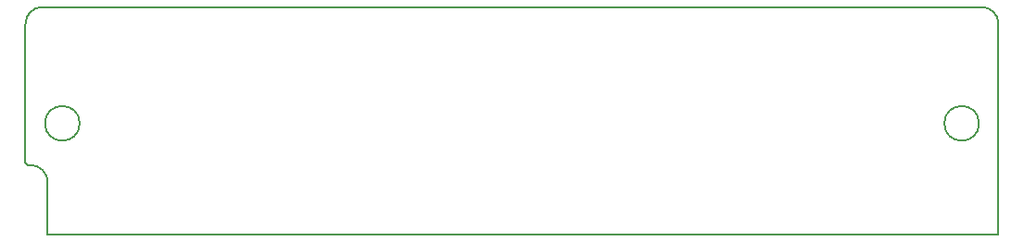
<source format=gm1>
G04 #@! TF.GenerationSoftware,KiCad,Pcbnew,(5.1.10-1-10_14)*
G04 #@! TF.CreationDate,2021-07-02T01:33:12-04:00*
G04 #@! TF.ProjectId,GW4192-SOJ,47573431-3932-42d5-934f-4a2e6b696361,1.0-SOJ*
G04 #@! TF.SameCoordinates,Original*
G04 #@! TF.FileFunction,Profile,NP*
%FSLAX46Y46*%
G04 Gerber Fmt 4.6, Leading zero omitted, Abs format (unit mm)*
G04 Created by KiCad (PCBNEW (5.1.10-1-10_14)) date 2021-07-02 01:33:12*
%MOMM*%
%LPD*%
G01*
G04 APERTURE LIST*
G04 #@! TA.AperFunction,Profile*
%ADD10C,0.200000*%
G04 #@! TD*
G04 #@! TA.AperFunction,Profile*
%ADD11C,0.150000*%
G04 #@! TD*
G04 APERTURE END LIST*
D10*
X76644500Y-95250000D02*
G75*
G02*
X78232000Y-96837500I0J-1587500D01*
G01*
X78232000Y-101600000D02*
X78232000Y-96837500D01*
X76644500Y-95250000D02*
X76454000Y-95250000D01*
X76454000Y-95250000D02*
G75*
G02*
X76200000Y-94996000I0J254000D01*
G01*
X76200000Y-82296000D02*
G75*
G02*
X77724000Y-80772000I1524000J0D01*
G01*
X163576000Y-80772000D02*
G75*
G02*
X165100000Y-82296000I0J-1524000D01*
G01*
D11*
X81153000Y-91440000D02*
G75*
G03*
X81153000Y-91440000I-1587500J0D01*
G01*
X163322000Y-91440000D02*
G75*
G03*
X163322000Y-91440000I-1587500J0D01*
G01*
D10*
X76200000Y-94996000D02*
X76200000Y-82296000D01*
X165100000Y-82296000D02*
X165100000Y-101600000D01*
X77724000Y-80772000D02*
X163576000Y-80772000D01*
X165100000Y-101600000D02*
X78232000Y-101600000D01*
M02*

</source>
